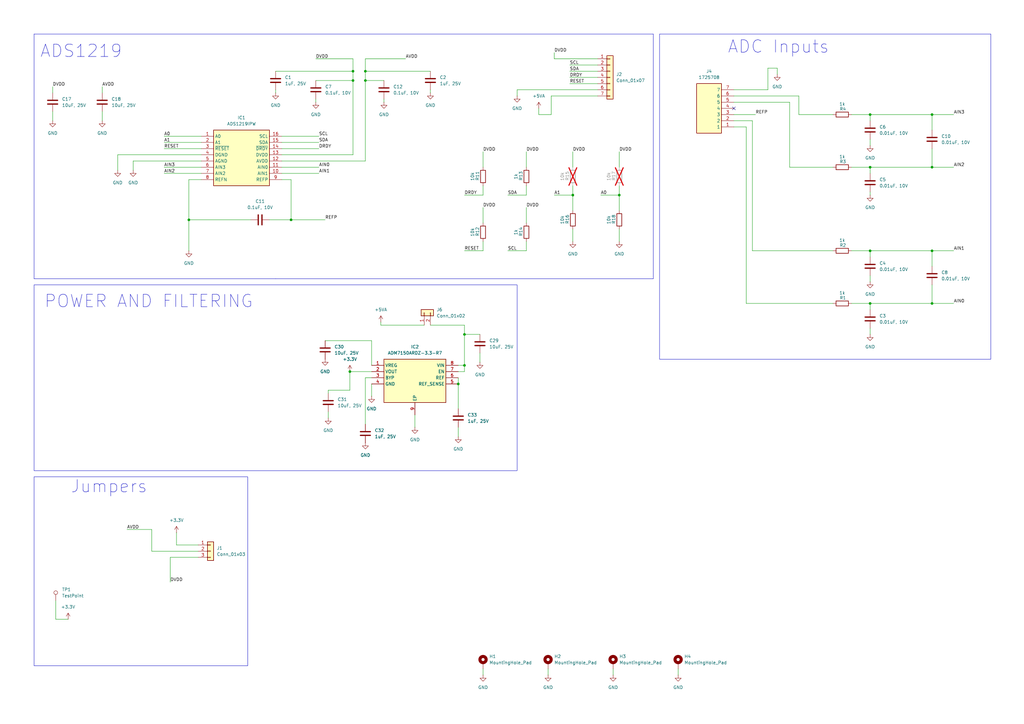
<source format=kicad_sch>
(kicad_sch (version 20231120) (generator "eeschema") (generator_version "8.0")
  (paper "A3")
  (lib_symbols
    (symbol "1725708:1725708"
      (property "Reference" "J" (at 16.51 7.62 0))
      (property "Value" "1725708" (at 16.51 5.08 0))
      (symbol "1725708_1_1"
        (rectangle (start 5.08 2.54) (end 15.24 -17.78) (stroke (width 0.254)) (fill (type background)))
        (pin passive line (at 0 0 0) (length 5.08) (name "1") (number "1"))
        (pin passive line (at 0 -2.54 0) (length 5.08) (name "2") (number "2"))
        (pin passive line (at 0 -5.08 0) (length 5.08) (name "3") (number "3"))
        (pin passive line (at 0 -7.62 0) (length 5.08) (name "4") (number "4"))
        (pin passive line (at 0 -10.16 0) (length 5.08) (name "5") (number "5"))
        (pin passive line (at 0 -12.7 0) (length 5.08) (name "6") (number "6"))
        (pin passive line (at 0 -15.24 0) (length 5.08) (name "7") (number "7"))
      )
    )
    (symbol "ADM7150ARDZ-3_3-R7:ADM7150ARDZ-3.3-R7"
      (property "Reference" "IC" (at 31.75 7.62 0))
      (property "Value" "ADM7150ARDZ-3.3-R7" (at 31.75 5.08 0))
      (symbol "ADM7150ARDZ-3.3-R7_1_1"
        (rectangle (start 5.08 2.54) (end 30.48 -15.24) (stroke (width 0.254)) (fill (type background)))
        (pin passive line (at 0 0 0) (length 5.08) (name "VREG") (number "1"))
        (pin output line (at 0 -2.54 0) (length 5.08) (name "VOUT") (number "2"))
        (pin passive line (at 0 -5.08 0) (length 5.08) (name "BYP") (number "3"))
        (pin power_in line (at 0 -7.62 0) (length 5.08) (name "GND") (number "4"))
        (pin input line (at 35.56 -7.62 180) (length 5.08) (name "REF_SENSE") (number "5"))
        (pin input line (at 35.56 -5.08 180) (length 5.08) (name "REF") (number "6"))
        (pin passive line (at 35.56 -2.54 180) (length 5.08) (name "EN") (number "7"))
        (pin input line (at 35.56 0 180) (length 5.08) (name "VIN") (number "8"))
        (pin passive line (at 17.78 -20.32 90) (length 5.08) (name "EP") (number "9"))
      )
    )
    (symbol "ADS1219IPW:ADS1219IPW"
      (property "Reference" "IC" (at 29.21 7.62 0))
      (property "Value" "ADS1219IPW" (at 29.21 5.08 0))
      (symbol "ADS1219IPW_1_1"
        (rectangle (start 5.08 2.54) (end 27.94 -20.32) (stroke (width 0.254)) (fill (type background)))
        (pin passive line (at 0 0 0) (length 5.08) (name "A0") (number "1"))
        (pin passive line (at 33.02 -15.24 180) (length 5.08) (name "AIN1") (number "10"))
        (pin passive line (at 33.02 -12.7 180) (length 5.08) (name "AIN0") (number "11"))
        (pin passive line (at 33.02 -10.16 180) (length 5.08) (name "AVDD") (number "12"))
        (pin passive line (at 33.02 -7.62 180) (length 5.08) (name "DVDD") (number "13"))
        (pin passive line (at 33.02 -5.08 180) (length 5.08) (name "~{DRDY}") (number "14"))
        (pin passive line (at 33.02 -2.54 180) (length 5.08) (name "SDA") (number "15"))
        (pin passive line (at 33.02 0 180) (length 5.08) (name "SCL") (number "16"))
        (pin passive line (at 0 -2.54 0) (length 5.08) (name "A1") (number "2"))
        (pin passive line (at 0 -5.08 0) (length 5.08) (name "~{RESET}") (number "3"))
        (pin passive line (at 0 -7.62 0) (length 5.08) (name "DGND") (number "4"))
        (pin passive line (at 0 -10.16 0) (length 5.08) (name "AGND") (number "5"))
        (pin passive line (at 0 -12.7 0) (length 5.08) (name "AIN3") (number "6"))
        (pin passive line (at 0 -15.24 0) (length 5.08) (name "AIN2") (number "7"))
        (pin passive line (at 0 -17.78 0) (length 5.08) (name "REFN") (number "8"))
        (pin passive line (at 33.02 -17.78 180) (length 5.08) (name "REFP") (number "9"))
      )
    )
    (symbol "Connector:TestPoint" (pin_numbers hide) (pin_names (offset 0.762) hide)
      (property "Reference" "TP" (at 0 6.858 0))
      (property "Value" "TestPoint" (at 0 5.08 0))
      (symbol "TestPoint_0_1"
        (circle (center 0 3.302) (radius 0.762))
      )
      (symbol "TestPoint_1_1"
        (pin passive line (at 0 0 90) (length 2.54) (name "1") (number "1"))
      )
    )
    (symbol "Connector_Generic:Conn_01x02" (pin_names (offset 1.016) hide)
      (property "Reference" "J" (at 0 2.54 0))
      (property "Value" "Conn_01x02" (at 0 -5.08 0))
      (symbol "Conn_01x02_1_1"
        (rectangle (start -1.27 -2.413) (end 0 -2.667) (stroke (width 0.1524)))
        (rectangle (start -1.27 0.127) (end 0 -0.127) (stroke (width 0.1524)))
        (rectangle (start -1.27 1.27) (end 1.27 -3.81) (stroke (width 0.254)) (fill (type background)))
        (pin passive line (at -5.08 0 0) (length 3.81) (name "Pin_1") (number "1"))
        (pin passive line (at -5.08 -2.54 0) (length 3.81) (name "Pin_2") (number "2"))
      )
    )
    (symbol "Connector_Generic:Conn_01x03" (pin_names (offset 1.016) hide)
      (property "Reference" "J" (at 0 5.08 0))
      (property "Value" "Conn_01x03" (at 0 -5.08 0))
      (symbol "Conn_01x03_1_1"
        (rectangle (start -1.27 -2.413) (end 0 -2.667) (stroke (width 0.1524)))
        (rectangle (start -1.27 0.127) (end 0 -0.127) (stroke (width 0.1524)))
        (rectangle (start -1.27 2.667) (end 0 2.413) (stroke (width 0.1524)))
        (rectangle (start -1.27 3.81) (end 1.27 -3.81) (stroke (width 0.254)) (fill (type background)))
        (pin passive line (at -5.08 2.54 0) (length 3.81) (name "Pin_1") (number "1"))
        (pin passive line (at -5.08 0 0) (length 3.81) (name "Pin_2") (number "2"))
        (pin passive line (at -5.08 -2.54 0) (length 3.81) (name "Pin_3") (number "3"))
      )
    )
    (symbol "Connector_Generic:Conn_01x07" (pin_names (offset 1.016) hide)
      (property "Reference" "J" (at 0 10.16 0))
      (property "Value" "Conn_01x07" (at 0 -10.16 0))
      (symbol "Conn_01x07_1_1"
        (rectangle (start -1.27 -7.493) (end 0 -7.747) (stroke (width 0.1524)))
        (rectangle (start -1.27 -4.953) (end 0 -5.207) (stroke (width 0.1524)))
        (rectangle (start -1.27 -2.413) (end 0 -2.667) (stroke (width 0.1524)))
        (rectangle (start -1.27 0.127) (end 0 -0.127) (stroke (width 0.1524)))
        (rectangle (start -1.27 2.667) (end 0 2.413) (stroke (width 0.1524)))
        (rectangle (start -1.27 5.207) (end 0 4.953) (stroke (width 0.1524)))
        (rectangle (start -1.27 7.747) (end 0 7.493) (stroke (width 0.1524)))
        (rectangle (start -1.27 8.89) (end 1.27 -8.89) (stroke (width 0.254)) (fill (type background)))
        (pin passive line (at -5.08 7.62 0) (length 3.81) (name "Pin_1") (number "1"))
        (pin passive line (at -5.08 5.08 0) (length 3.81) (name "Pin_2") (number "2"))
        (pin passive line (at -5.08 2.54 0) (length 3.81) (name "Pin_3") (number "3"))
        (pin passive line (at -5.08 0 0) (length 3.81) (name "Pin_4") (number "4"))
        (pin passive line (at -5.08 -2.54 0) (length 3.81) (name "Pin_5") (number "5"))
        (pin passive line (at -5.08 -5.08 0) (length 3.81) (name "Pin_6") (number "6"))
        (pin passive line (at -5.08 -7.62 0) (length 3.81) (name "Pin_7") (number "7"))
      )
    )
    (symbol "Device:C" (pin_numbers hide) (pin_names (offset 0.254))
      (property "Reference" "C" (at 0.635 2.54 0))
      (property "Value" "C" (at 0.635 -2.54 0))
      (symbol "C_0_1"
        (polyline (pts (xy -2.032 -0.762) (xy 2.032 -0.762)) (stroke (width 0.508)))
        (polyline (pts (xy -2.032 0.762) (xy 2.032 0.762)) (stroke (width 0.508)))
      )
      (symbol "C_1_1"
        (pin passive line (at 0 3.81 270) (length 2.794) (name "~") (number "1"))
        (pin passive line (at 0 -3.81 90) (length 2.794) (name "~") (number "2"))
      )
    )
    (symbol "Device:R" (pin_numbers hide) (pin_names (offset 0))
      (property "Reference" "R" (at 2.032 0 90))
      (property "Value" "R" (at 0 0 90))
      (symbol "R_0_1"
        (rectangle (start -1.016 -2.54) (end 1.016 2.54) (stroke (width 0.254)))
      )
      (symbol "R_1_1"
        (pin passive line (at 0 3.81 270) (length 1.27) (name "~") (number "1"))
        (pin passive line (at 0 -3.81 90) (length 1.27) (name "~") (number "2"))
      )
    )
    (symbol "Mechanical:MountingHole_Pad" (pin_numbers hide) (pin_names (offset 1.016) hide) (exclude_from_sim yes) (in_bom no)
      (property "Reference" "H" (at 0 6.35 0))
      (property "Value" "MountingHole_Pad" (at 0 4.445 0))
      (symbol "MountingHole_Pad_0_1"
        (circle (center 0 1.27) (radius 1.27) (stroke (width 1.27)))
      )
      (symbol "MountingHole_Pad_1_1"
        (pin input line (at 0 -2.54 90) (length 2.54) (name "1") (number "1"))
      )
    )
    (symbol "power:+3.3V" (power) (pin_numbers hide) (pin_names (offset 0) hide)
      (property "Value" "+3.3V" (at 0 3.556 0))
      (symbol "+3.3V_0_1"
        (polyline (pts (xy -0.762 1.27) (xy 0 2.54)))
        (polyline (pts (xy 0 0) (xy 0 2.54)))
        (polyline (pts (xy 0 2.54) (xy 0.762 1.27)))
      )
      (symbol "+3.3V_1_1"
        (pin power_in line (at 0 0 90) (length 0) (name "~") (number "1"))
      )
    )
    (symbol "power:+5VA" (power) (pin_numbers hide) (pin_names (offset 0) hide)
      (property "Value" "+5VA" (at 0 3.556 0))
      (symbol "+5VA_0_1"
        (polyline (pts (xy -0.762 1.27) (xy 0 2.54)))
        (polyline (pts (xy 0 0) (xy 0 2.54)))
        (polyline (pts (xy 0 2.54) (xy 0.762 1.27)))
      )
      (symbol "+5VA_1_1"
        (pin power_in line (at 0 0 90) (length 0) (name "~") (number "1"))
      )
    )
    (symbol "power:GND" (power) (pin_numbers hide) (pin_names (offset 0) hide)
      (property "Value" "GND" (at 0 -3.81 0))
      (symbol "GND_0_1"
        (polyline (pts (xy 0 0) (xy 0 -1.27) (xy 1.27 -1.27) (xy 0 -2.54) (xy -1.27 -1.27) (xy 0 -1.27)))
      )
      (symbol "GND_1_1"
        (pin power_in line (at 0 0 270) (length 0) (name "~") (number "1"))
      )
    )
  )
  (junction (at 382.27 68.58))
  (junction (at 382.27 102.87))
  (junction (at 144.78 33.02))
  (junction (at 356.87 102.87))
  (junction (at 356.87 46.99))
  (junction (at 187.96 157.48))
  (junction (at 382.27 124.46))
  (junction (at 356.87 124.46))
  (junction (at 149.86 33.02))
  (junction (at 143.51 152.4))
  (junction (at 190.5 137.16))
  (junction (at 149.86 29.21))
  (junction (at 356.87 68.58))
  (junction (at 77.47 90.17))
  (junction (at 234.95 80.01))
  (junction (at 254 80.01))
  (junction (at 144.78 29.21))
  (junction (at 119.38 90.17))
  (junction (at 382.27 46.99))
  (junction (at 190.5 149.86))
  (no_connect (at 300.99 44.45))
  (wire (pts (xy 215.9 99.06) (xy 215.9 102.87)))
  (wire (pts (xy 356.87 46.99) (xy 356.87 49.53)))
  (wire (pts (xy 356.87 113.03) (xy 356.87 115.57)))
  (wire (pts (xy 115.57 71.12) (xy 130.81 71.12)))
  (wire (pts (xy 115.57 63.5) (xy 144.78 63.5)))
  (wire (pts (xy 254 93.98) (xy 254 99.06)))
  (wire (pts (xy 21.59 35.56) (xy 21.59 38.1)))
  (wire (pts (xy 41.91 45.72) (xy 41.91 49.53)))
  (wire (pts (xy 318.77 27.94) (xy 314.96 27.94)))
  (wire (pts (xy 143.51 160.02) (xy 143.51 152.4)))
  (wire (pts (xy 72.39 218.44) (xy 72.39 223.52)))
  (wire (pts (xy 308.61 102.87) (xy 341.63 102.87)))
  (wire (pts (xy 300.99 49.53) (xy 308.61 49.53)))
  (wire (pts (xy 356.87 78.74) (xy 356.87 80.01)))
  (wire (pts (xy 144.78 33.02) (xy 144.78 29.21)))
  (wire (pts (xy 129.54 24.13) (xy 144.78 24.13)))
  (wire (pts (xy 382.27 46.99) (xy 356.87 46.99)))
  (polyline (pts (xy 13.97 13.97) (xy 267.97 13.97)))
  (wire (pts (xy 67.31 58.42) (xy 82.55 58.42)))
  (wire (pts (xy 254 62.23) (xy 254 68.58)))
  (wire (pts (xy 77.47 90.17) (xy 102.87 90.17)))
  (wire (pts (xy 119.38 90.17) (xy 133.35 90.17)))
  (wire (pts (xy 349.25 124.46) (xy 356.87 124.46)))
  (wire (pts (xy 227.33 80.01) (xy 234.95 80.01)))
  (wire (pts (xy 149.86 24.13) (xy 166.37 24.13)))
  (wire (pts (xy 134.62 160.02) (xy 143.51 160.02)))
  (wire (pts (xy 306.07 124.46) (xy 341.63 124.46)))
  (wire (pts (xy 81.28 228.6) (xy 69.85 228.6)))
  (wire (pts (xy 190.5 133.35) (xy 176.53 133.35)))
  (wire (pts (xy 246.38 80.01) (xy 254 80.01)))
  (wire (pts (xy 115.57 68.58) (xy 130.81 68.58)))
  (wire (pts (xy 156.21 132.08) (xy 156.21 133.35)))
  (wire (pts (xy 149.86 66.04) (xy 149.86 33.02)))
  (wire (pts (xy 318.77 30.48) (xy 318.77 27.94)))
  (wire (pts (xy 134.62 171.45) (xy 134.62 168.91)))
  (wire (pts (xy 254 80.01) (xy 254 86.36)))
  (wire (pts (xy 327.66 46.99) (xy 341.63 46.99)))
  (wire (pts (xy 306.07 124.46) (xy 306.07 52.07)))
  (wire (pts (xy 115.57 60.96) (xy 130.81 60.96)))
  (wire (pts (xy 133.35 139.7) (xy 152.4 139.7)))
  (wire (pts (xy 152.4 139.7) (xy 152.4 149.86)))
  (wire (pts (xy 245.11 24.13) (xy 227.33 24.13)))
  (wire (pts (xy 113.03 29.21) (xy 144.78 29.21)))
  (wire (pts (xy 198.12 62.23) (xy 198.12 68.58)))
  (wire (pts (xy 356.87 134.62) (xy 356.87 137.16)))
  (wire (pts (xy 233.68 26.67) (xy 245.11 26.67)))
  (wire (pts (xy 349.25 68.58) (xy 356.87 68.58)))
  (wire (pts (xy 62.23 226.06) (xy 62.23 217.17)))
  (wire (pts (xy 300.99 41.91) (xy 323.85 41.91)))
  (wire (pts (xy 198.12 76.2) (xy 198.12 80.01)))
  (wire (pts (xy 234.95 62.23) (xy 234.95 68.58)))
  (wire (pts (xy 198.12 85.09) (xy 198.12 91.44)))
  (wire (pts (xy 278.13 274.32) (xy 278.13 276.86)))
  (wire (pts (xy 115.57 66.04) (xy 149.86 66.04)))
  (wire (pts (xy 119.38 73.66) (xy 119.38 90.17)))
  (wire (pts (xy 41.91 35.56) (xy 41.91 38.1)))
  (wire (pts (xy 220.98 46.99) (xy 220.98 44.45)))
  (wire (pts (xy 187.96 149.86) (xy 190.5 149.86)))
  (wire (pts (xy 198.12 274.32) (xy 198.12 276.86)))
  (wire (pts (xy 254 76.2) (xy 254 80.01)))
  (wire (pts (xy 212.09 36.83) (xy 212.09 39.37)))
  (wire (pts (xy 215.9 76.2) (xy 215.9 80.01)))
  (wire (pts (xy 187.96 175.26) (xy 187.96 179.07)))
  (wire (pts (xy 22.86 254) (xy 27.94 254)))
  (wire (pts (xy 300.99 39.37) (xy 327.66 39.37)))
  (wire (pts (xy 190.5 102.87) (xy 198.12 102.87)))
  (wire (pts (xy 149.86 29.21) (xy 149.86 24.13)))
  (wire (pts (xy 323.85 68.58) (xy 341.63 68.58)))
  (wire (pts (xy 314.96 27.94) (xy 314.96 36.83)))
  (wire (pts (xy 144.78 63.5) (xy 144.78 33.02)))
  (wire (pts (xy 67.31 60.96) (xy 82.55 60.96)))
  (wire (pts (xy 208.28 80.01) (xy 215.9 80.01)))
  (wire (pts (xy 382.27 68.58) (xy 391.16 68.58)))
  (wire (pts (xy 144.78 29.21) (xy 144.78 24.13)))
  (wire (pts (xy 134.62 160.02) (xy 134.62 161.29)))
  (wire (pts (xy 382.27 124.46) (xy 391.16 124.46)))
  (wire (pts (xy 190.5 133.35) (xy 190.5 137.16)))
  (wire (pts (xy 224.79 274.32) (xy 224.79 276.86)))
  (wire (pts (xy 212.09 36.83) (xy 245.11 36.83)))
  (polyline (pts (xy 13.97 114.3) (xy 13.97 13.97)))
  (wire (pts (xy 82.55 63.5) (xy 48.26 63.5)))
  (wire (pts (xy 227.33 24.13) (xy 227.33 21.59)))
  (wire (pts (xy 300.99 46.99) (xy 309.88 46.99)))
  (wire (pts (xy 234.95 80.01) (xy 234.95 86.36)))
  (wire (pts (xy 129.54 41.91) (xy 129.54 40.64)))
  (wire (pts (xy 115.57 58.42) (xy 130.81 58.42)))
  (wire (pts (xy 226.06 46.99) (xy 220.98 46.99)))
  (wire (pts (xy 190.5 137.16) (xy 196.85 137.16)))
  (wire (pts (xy 382.27 60.96) (xy 382.27 68.58)))
  (wire (pts (xy 382.27 68.58) (xy 356.87 68.58)))
  (wire (pts (xy 382.27 102.87) (xy 391.16 102.87)))
  (wire (pts (xy 251.46 274.32) (xy 251.46 276.86)))
  (wire (pts (xy 149.86 33.02) (xy 149.86 29.21)))
  (wire (pts (xy 226.06 39.37) (xy 245.11 39.37)))
  (wire (pts (xy 113.03 38.1) (xy 113.03 36.83)))
  (wire (pts (xy 190.5 149.86) (xy 190.5 137.16)))
  (wire (pts (xy 115.57 55.88) (xy 130.81 55.88)))
  (wire (pts (xy 187.96 157.48) (xy 187.96 167.64)))
  (wire (pts (xy 77.47 73.66) (xy 77.47 90.17)))
  (wire (pts (xy 22.86 246.38) (xy 22.86 254)))
  (wire (pts (xy 173.99 133.35) (xy 156.21 133.35)))
  (wire (pts (xy 233.68 29.21) (xy 245.11 29.21)))
  (wire (pts (xy 157.48 41.91) (xy 157.48 40.64)))
  (wire (pts (xy 233.68 34.29) (xy 245.11 34.29)))
  (wire (pts (xy 314.96 36.83) (xy 300.99 36.83)))
  (wire (pts (xy 234.95 76.2) (xy 234.95 80.01)))
  (wire (pts (xy 67.31 55.88) (xy 82.55 55.88)))
  (wire (pts (xy 81.28 223.52) (xy 72.39 223.52)))
  (polyline (pts (xy 267.97 13.97) (xy 267.97 114.3)))
  (wire (pts (xy 208.28 102.87) (xy 215.9 102.87)))
  (wire (pts (xy 52.07 217.17) (xy 62.23 217.17)))
  (wire (pts (xy 149.86 154.94) (xy 149.86 173.99)))
  (wire (pts (xy 190.5 152.4) (xy 190.5 149.86)))
  (wire (pts (xy 233.68 31.75) (xy 245.11 31.75)))
  (wire (pts (xy 306.07 52.07) (xy 300.99 52.07)))
  (wire (pts (xy 21.59 45.72) (xy 21.59 49.53)))
  (wire (pts (xy 215.9 85.09) (xy 215.9 91.44)))
  (wire (pts (xy 170.18 170.18) (xy 170.18 175.26)))
  (wire (pts (xy 152.4 154.94) (xy 149.86 154.94)))
  (wire (pts (xy 54.61 66.04) (xy 54.61 69.85)))
  (wire (pts (xy 327.66 39.37) (xy 327.66 46.99)))
  (wire (pts (xy 82.55 66.04) (xy 54.61 66.04)))
  (wire (pts (xy 115.57 73.66) (xy 119.38 73.66)))
  (wire (pts (xy 382.27 124.46) (xy 356.87 124.46)))
  (wire (pts (xy 382.27 109.22) (xy 382.27 102.87)))
  (polyline (pts (xy 113.03 114.3) (xy 113.03 114.3)))
  (wire (pts (xy 67.31 68.58) (xy 82.55 68.58)))
  (wire (pts (xy 356.87 102.87) (xy 356.87 105.41)))
  (wire (pts (xy 323.85 41.91) (xy 323.85 68.58)))
  (wire (pts (xy 190.5 80.01) (xy 198.12 80.01)))
  (wire (pts (xy 349.25 46.99) (xy 356.87 46.99)))
  (wire (pts (xy 226.06 39.37) (xy 226.06 46.99)))
  (polyline (pts (xy 267.97 114.3) (xy 113.03 114.3)))
  (wire (pts (xy 81.28 226.06) (xy 62.23 226.06)))
  (wire (pts (xy 382.27 116.84) (xy 382.27 124.46)))
  (wire (pts (xy 234.95 93.98) (xy 234.95 99.06)))
  (wire (pts (xy 196.85 144.78) (xy 196.85 148.59)))
  (wire (pts (xy 149.86 33.02) (xy 157.48 33.02)))
  (wire (pts (xy 308.61 49.53) (xy 308.61 102.87)))
  (polyline (pts (xy 113.03 114.3) (xy 13.97 114.3)))
  (wire (pts (xy 187.96 154.94) (xy 187.96 157.48)))
  (wire (pts (xy 152.4 157.48) (xy 152.4 162.56)))
  (wire (pts (xy 187.96 152.4) (xy 190.5 152.4)))
  (wire (pts (xy 215.9 62.23) (xy 215.9 68.58)))
  (wire (pts (xy 356.87 124.46) (xy 356.87 127)))
  (wire (pts (xy 152.4 152.4) (xy 143.51 152.4)))
  (wire (pts (xy 149.86 29.21) (xy 176.53 29.21)))
  (wire (pts (xy 129.54 33.02) (xy 144.78 33.02)))
  (wire (pts (xy 382.27 46.99) (xy 391.16 46.99)))
  (wire (pts (xy 82.55 73.66) (xy 77.47 73.66)))
  (wire (pts (xy 176.53 36.83) (xy 176.53 38.1)))
  (wire (pts (xy 67.31 71.12) (xy 82.55 71.12)))
  (wire (pts (xy 349.25 102.87) (xy 356.87 102.87)))
  (wire (pts (xy 110.49 90.17) (xy 119.38 90.17)))
  (wire (pts (xy 382.27 53.34) (xy 382.27 46.99)))
  (wire (pts (xy 356.87 68.58) (xy 356.87 71.12)))
  (wire (pts (xy 198.12 99.06) (xy 198.12 102.87)))
  (wire (pts (xy 382.27 102.87) (xy 356.87 102.87)))
  (wire (pts (xy 48.26 63.5) (xy 48.26 69.85)))
  (wire (pts (xy 356.87 57.15) (xy 356.87 59.69)))
  (wire (pts (xy 77.47 90.17) (xy 77.47 102.87)))
  (wire (pts (xy 69.85 228.6) (xy 69.85 238.76)))
  (rectangle (start 13.97 116.84) (end 212.09 193.04))
  (rectangle (start 270.51 13.97) (end 406.4 147.32))
  (rectangle (start 13.97 195.58) (end 101.6 273.05))
  (text "ADS1219" (at 33.274 21.082 0) (effects (font (size 5.08 5.08))))
  (text "Jumpers" (at 44.704 199.644 0) (effects (font (size 5.08 5.08))))
  (text "ADC Inputs" (at 319.278 19.304 0) (effects (font (size 5.08 5.08))))
  (text "POWER AND FILTERING" (at 60.96 123.698 0) (effects (font (size 5.08 5.08))))
  (label "DRDY" (at 130.81 60.96 0))
  (label "SDA" (at 130.81 58.42 0))
  (label "RESET" (at 190.5 102.87 0))
  (label "AVDD" (at 41.91 35.56 0))
  (label "AIN0" (at 391.16 124.46 0))
  (label "DVDD" (at 227.33 21.59 0))
  (label "REFP" (at 309.88 46.99 0))
  (label "DVDD" (at 69.85 238.76 0))
  (label "AIN1" (at 130.81 71.12 0))
  (label "RESET" (at 67.31 60.96 0))
  (label "SCL" (at 208.28 102.87 0))
  (label "SCL" (at 233.68 26.67 0))
  (label "RESET" (at 233.68 34.29 0))
  (label "DVDD" (at 21.59 35.56 0))
  (label "A0" (at 67.31 55.88 0))
  (label "AIN3" (at 67.31 68.58 0))
  (label "A0" (at 246.38 80.01 0))
  (label "DVDD" (at 215.9 62.23 0))
  (label "AIN3" (at 391.16 46.99 0))
  (label "AVDD" (at 52.07 217.17 0))
  (label "DRDY" (at 190.5 80.01 0))
  (label "DRDY" (at 233.68 31.75 0))
  (label "DVDD" (at 198.12 62.23 0))
  (label "DVDD" (at 129.54 24.13 0))
  (label "DVDD" (at 198.12 85.09 0))
  (label "DVDD" (at 254 62.23 0))
  (label "AIN1" (at 391.16 102.87 0))
  (label "SDA" (at 233.68 29.21 0))
  (label "AIN0" (at 130.81 68.58 0))
  (label "AIN2" (at 391.16 68.58 0))
  (label "DVDD" (at 234.95 62.23 0))
  (label "A1" (at 67.31 58.42 0))
  (label "DVDD" (at 215.9 85.09 0))
  (label "AIN2" (at 67.31 71.12 0))
  (label "AVDD" (at 166.37 24.13 0))
  (label "REFP" (at 133.35 90.17 0))
  (label "A1" (at 227.33 80.01 0))
  (label "SDA" (at 208.28 80.01 0))
  (label "SCL" (at 130.81 55.88 0))
  (symbol (lib_id "power:+3.3V") (at 143.51 152.4 0) (unit 1)
    (property "Reference" "#PWR041" (effects (hide yes)))
    (property "Value" "+3.3V" (at 143.51 147.32 0))
    (property "Description" "Power symbol creates a global label with name \"+3.3V\"" (effects (hide yes)))
  )
  (symbol (lib_id "Device:C") (at 382.27 57.15 0) (unit 1)
    (property "Reference" "C10" (at 386.08 55.8799 0) (effects (justify left)))
    (property "Value" "0.01uF, 10V" (at 386.08 58.4199 0) (effects (justify left)))
    (property "Footprint" "Capacitor_SMD:C_0603_1608Metric_Pad1.08x0.95mm_HandSolder" (effects (hide yes)))
    (property "Description" "Unpolarized capacitor" (effects (hide yes)))
  )
  (symbol (lib_id "power:GND") (at 152.4 162.56 0) (unit 1)
    (property "Reference" "#PWR050" (effects (hide yes)))
    (property "Value" "GND" (at 152.4 167.64 0))
    (property "Description" "Power symbol creates a global label with name \"GND\" , ground" (effects (hide yes)))
  )
  (symbol (lib_id "Mechanical:MountingHole_Pad") (at 251.46 271.78 0) (unit 1) (exclude_from_sim yes) (in_bom no)
    (property "Reference" "H3" (at 254 269.2399 0) (effects (justify left)))
    (property "Value" "MountingHole_Pad" (at 254 271.7799 0) (effects (justify left)))
    (property "Footprint" "MountingHole:MountingHole_2.2mm_M2_Pad_Via" (effects (hide yes)))
    (property "Description" "Mounting Hole with connection" (effects (hide yes)))
  )
  (symbol (lib_id "Device:C") (at 187.96 171.45 0) (unit 1)
    (property "Reference" "C33" (at 191.77 170.1799 0) (effects (justify left)))
    (property "Value" "1uF, 25V" (at 191.77 172.7199 0) (effects (justify left)))
    (property "Footprint" "Capacitor_SMD:C_0603_1608Metric_Pad1.08x0.95mm_HandSolder" (effects (hide yes)))
    (property "Description" "Unpolarized capacitor" (effects (hide yes)))
  )
  (symbol (lib_id "power:GND") (at 77.47 102.87 0) (unit 1)
    (property "Reference" "#PWR016" (effects (hide yes)))
    (property "Value" "GND" (at 77.47 107.95 0))
    (property "Description" "Power symbol creates a global label with name \"GND\" , ground" (effects (hide yes)))
  )
  (symbol (lib_id "Device:R") (at 345.44 102.87 270) (unit 1)
    (property "Reference" "R2" (at 345.694 100.584 90))
    (property "Value" "1k" (at 345.44 98.552 90))
    (property "Footprint" "Resistor_SMD:R_0805_2012Metric_Pad1.20x1.40mm_HandSolder" (effects (hide yes)))
    (property "Description" "Resistor" (effects (hide yes)))
  )
  (symbol (lib_id "power:GND") (at 198.12 276.86 0) (unit 1)
    (property "Reference" "#PWR069" (effects (hide yes)))
    (property "Value" "GND" (at 198.12 281.94 0))
    (property "Description" "Power symbol creates a global label with name \"GND\" , ground" (effects (hide yes)))
  )
  (symbol (lib_id "Connector_Generic:Conn_01x07") (at 250.19 31.75 0) (unit 1)
    (property "Reference" "J2" (at 252.73 30.4799 0) (effects (justify left)))
    (property "Value" "Conn_01x07" (at 252.73 33.0199 0) (effects (justify left)))
    (property "Footprint" "Connector_PinHeader_2.54mm:PinHeader_1x07_P2.54mm_Vertical" (effects (hide yes)))
    (property "Description" "Generic connector, single row, 01x07, script generated (kicad-library-utils/schlib/autogen/connector/)" (effects (hide yes)))
  )
  (symbol (lib_id "ADM7150ARDZ-3_3-R7:ADM7150ARDZ-3.3-R7") (at 152.4 149.86 0) (unit 1)
    (property "Reference" "IC2" (at 170.18 142.24 0))
    (property "Value" "ADM7150ARDZ-3.3-R7" (at 170.18 144.78 0))
    (property "Footprint" "SOIC127P600X175-9N" (effects (hide yes)))
    (property "Datasheet" "http://www.analog.com/media/en/technical-documentation/data-sheets/ADM7150.pdf" (effects (hide yes)))
    (property "Description" "LDO Voltage Regulators 800mA ULN LDO 3.3Vo" (effects (hide yes)))
    (property "Height" "1.75" (effects (hide yes)))
    (property "Mouser Part Number" "584-ADM7150ARDZ3.3R7" (effects (hide yes)))
    (property "Mouser Price/Stock" "https://www.mouser.co.uk/ProductDetail/Analog-Devices/ADM7150ARDZ-3.3-R7?qs=J50fqX%2Fl9iqbJJM6iov1iw%3D%3D" (effects (hide yes)))
    (property "Manufacturer_Name" "Analog Devices" (effects (hide yes)))
    (property "Manufacturer_Part_Number" "ADM7150ARDZ-3.3-R7" (effects (hide yes)))
  )
  (symbol (lib_id "Device:C") (at 113.03 33.02 0) (unit 1)
    (property "Reference" "C1" (at 116.84 31.7499 0) (effects (justify left)))
    (property "Value" "1uF, 25V" (at 116.84 34.2899 0) (effects (justify left)))
    (property "Footprint" "Capacitor_SMD:C_0603_1608Metric_Pad1.08x0.95mm_HandSolder" (effects (hide yes)))
    (property "Description" "Unpolarized capacitor" (effects (hide yes)))
  )
  (symbol (lib_id "Device:C") (at 134.62 165.1 0) (unit 1)
    (property "Reference" "C31" (at 138.43 163.8299 0) (effects (justify left)))
    (property "Value" "10uF, 25V" (at 138.43 166.3699 0) (effects (justify left)))
    (property "Footprint" "Capacitor_SMD:C_0805_2012Metric_Pad1.18x1.45mm_HandSolder" (effects (hide yes)))
    (property "Description" "Unpolarized capacitor" (effects (hide yes)))
  )
  (symbol (lib_id "Device:R") (at 234.95 72.39 0) (unit 1) (dnp yes)
    (property "Reference" "R15" (at 232.664 72.136 90))
    (property "Value" "10k" (at 230.632 72.39 90))
    (property "Footprint" "Resistor_SMD:R_0805_2012Metric_Pad1.20x1.40mm_HandSolder" (effects (hide yes)))
    (property "Description" "Resistor" (effects (hide yes)))
  )
  (symbol (lib_id "power:GND") (at 224.79 276.86 0) (unit 1)
    (property "Reference" "#PWR070" (effects (hide yes)))
    (property "Value" "GND" (at 224.79 281.94 0))
    (property "Description" "Power symbol creates a global label with name \"GND\" , ground" (effects (hide yes)))
  )
  (symbol (lib_id "Device:C") (at 356.87 74.93 0) (unit 1)
    (property "Reference" "C5" (at 360.68 73.6599 0) (effects (justify left)))
    (property "Value" "0.01uF, 10V" (at 360.68 76.1999 0) (effects (justify left)))
    (property "Footprint" "Capacitor_SMD:C_0603_1608Metric_Pad1.08x0.95mm_HandSolder" (effects (hide yes)))
    (property "Description" "Unpolarized capacitor" (effects (hide yes)))
  )
  (symbol (lib_id "power:+3.3V") (at 72.39 218.44 0) (unit 1)
    (property "Reference" "#PWR02" (effects (hide yes)))
    (property "Value" "+3.3V" (at 72.39 213.36 0))
    (property "Description" "Power symbol creates a global label with name \"+3.3V\"" (effects (hide yes)))
  )
  (symbol (lib_id "Device:C") (at 196.85 140.97 0) (unit 1)
    (property "Reference" "C29" (at 200.66 139.6999 0) (effects (justify left)))
    (property "Value" "10uF, 25V" (at 200.66 142.2399 0) (effects (justify left)))
    (property "Footprint" "Capacitor_SMD:C_0805_2012Metric_Pad1.18x1.45mm_HandSolder" (effects (hide yes)))
    (property "Description" "Unpolarized capacitor" (effects (hide yes)))
  )
  (symbol (lib_id "Device:R") (at 215.9 95.25 0) (unit 1)
    (property "Reference" "R14" (at 213.614 94.996 90))
    (property "Value" "1k" (at 211.582 95.25 90))
    (property "Footprint" "Resistor_SMD:R_0805_2012Metric_Pad1.20x1.40mm_HandSolder" (effects (hide yes)))
    (property "Description" "Resistor" (effects (hide yes)))
  )
  (symbol (lib_id "power:GND") (at 170.18 175.26 0) (unit 1)
    (property "Reference" "#PWR055" (effects (hide yes)))
    (property "Value" "GND" (at 170.18 180.34 0))
    (property "Description" "Power symbol creates a global label with name \"GND\" , ground" (effects (hide yes)))
  )
  (symbol (lib_id "Device:C") (at 149.86 177.8 0) (unit 1)
    (property "Reference" "C32" (at 153.67 176.5299 0) (effects (justify left)))
    (property "Value" "1uF, 25V" (at 153.67 179.0699 0) (effects (justify left)))
    (property "Footprint" "Capacitor_SMD:C_0603_1608Metric_Pad1.08x0.95mm_HandSolder" (effects (hide yes)))
    (property "Description" "Unpolarized capacitor" (effects (hide yes)))
  )
  (symbol (lib_id "Device:R") (at 198.12 72.39 0) (unit 1)
    (property "Reference" "R11" (at 195.834 72.136 90))
    (property "Value" "10k" (at 193.802 72.39 90))
    (property "Footprint" "Resistor_SMD:R_0805_2012Metric_Pad1.20x1.40mm_HandSolder" (effects (hide yes)))
    (property "Description" "Resistor" (effects (hide yes)))
  )
  (symbol (lib_id "power:GND") (at 157.48 41.91 0) (unit 1)
    (property "Reference" "#PWR021" (effects (hide yes)))
    (property "Value" "GND" (at 157.48 46.99 0))
    (property "Description" "Power symbol creates a global label with name \"GND\" , ground" (effects (hide yes)))
  )
  (symbol (lib_id "power:GND") (at 133.35 147.32 0) (unit 1)
    (property "Reference" "#PWR054" (effects (hide yes)))
    (property "Value" "GND" (at 133.35 152.4 0))
    (property "Description" "Power symbol creates a global label with name \"GND\" , ground" (effects (hide yes)))
  )
  (symbol (lib_id "power:+5VA") (at 220.98 44.45 0) (unit 1)
    (property "Reference" "#PWR06" (effects (hide yes)))
    (property "Value" "+5VA" (at 220.98 39.37 0))
    (property "Description" "Power symbol creates a global label with name \"+5VA\"" (effects (hide yes)))
  )
  (symbol (lib_id "power:GND") (at 134.62 171.45 0) (unit 1)
    (property "Reference" "#PWR034" (effects (hide yes)))
    (property "Value" "GND" (at 134.62 176.53 0))
    (property "Description" "Power symbol creates a global label with name \"GND\" , ground" (effects (hide yes)))
  )
  (symbol (lib_id "Mechanical:MountingHole_Pad") (at 278.13 271.78 0) (unit 1) (exclude_from_sim yes) (in_bom no)
    (property "Reference" "H4" (at 280.67 269.2399 0) (effects (justify left)))
    (property "Value" "MountingHole_Pad" (at 280.67 271.7799 0) (effects (justify left)))
    (property "Footprint" "MountingHole:MountingHole_2.2mm_M2_Pad_Via" (effects (hide yes)))
    (property "Description" "Mounting Hole with connection" (effects (hide yes)))
  )
  (symbol (lib_id "power:+5VA") (at 156.21 132.08 0) (unit 1)
    (property "Reference" "#PWR04" (effects (hide yes)))
    (property "Value" "+5VA" (at 156.21 127 0))
    (property "Description" "Power symbol creates a global label with name \"+5VA\"" (effects (hide yes)))
  )
  (symbol (lib_id "power:GND") (at 196.85 148.59 0) (unit 1)
    (property "Reference" "#PWR028" (effects (hide yes)))
    (property "Value" "GND" (at 196.85 153.67 0))
    (property "Description" "Power symbol creates a global label with name \"GND\" , ground" (effects (hide yes)))
  )
  (symbol (lib_id "Device:C") (at 176.53 33.02 0) (unit 1)
    (property "Reference" "C2" (at 180.34 31.7499 0) (effects (justify left)))
    (property "Value" "1uF, 25V" (at 180.34 34.2899 0) (effects (justify left)))
    (property "Footprint" "Capacitor_SMD:C_0603_1608Metric_Pad1.08x0.95mm_HandSolder" (effects (hide yes)))
    (property "Description" "Unpolarized capacitor" (effects (hide yes)))
  )
  (symbol (lib_id "Device:R") (at 254 72.39 0) (unit 1) (dnp yes)
    (property "Reference" "R17" (at 251.714 72.136 90))
    (property "Value" "10k" (at 249.682 72.39 90))
    (property "Footprint" "Resistor_SMD:R_0805_2012Metric_Pad1.20x1.40mm_HandSolder" (effects (hide yes)))
    (property "Description" "Resistor" (effects (hide yes)))
  )
  (symbol (lib_id "power:GND") (at 48.26 69.85 0) (unit 1)
    (property "Reference" "#PWR03" (effects (hide yes)))
    (property "Value" "GND" (at 48.26 74.93 0))
    (property "Description" "Power symbol creates a global label with name \"GND\" , ground" (effects (hide yes)))
  )
  (symbol (lib_id "Device:C") (at 356.87 130.81 0) (unit 1)
    (property "Reference" "C3" (at 360.68 129.5399 0) (effects (justify left)))
    (property "Value" "0.01uF, 10V" (at 360.68 132.0799 0) (effects (justify left)))
    (property "Footprint" "Capacitor_SMD:C_0603_1608Metric_Pad1.08x0.95mm_HandSolder" (effects (hide yes)))
    (property "Description" "Unpolarized capacitor" (effects (hide yes)))
  )
  (symbol (lib_id "1725708:1725708") (at 300.99 52.07 180) (unit 1)
    (property "Reference" "J4" (at 290.83 29.21 0))
    (property "Value" "1725708" (at 290.83 31.75 0))
    (property "Footprint" "1725708" (effects (hide yes)))
    (property "Datasheet" "https://www.phoenixcontact.com/online/portal/us/?uri=pxc-oc-itemdetail:pid=1725708&library=usen&pcck=P-11-01-05&tab=1&selectedCategory=ALL" (effects (hide yes)))
    (property "Description" "PC terminal block, Nominal current: 6 A, Nom. voltage: 63 V, Pitch: 2.54 mm, Number of positions: 7, Type of connection: Screw connection, Assembly: Soldering, Conductor/PCB connection direction: 0 , Color: green" (effects (hide yes)))
    (property "Height" "8.65" (effects (hide yes)))
    (property "Mouser Part Number" "651-1725708" (effects (hide yes)))
    (property "Mouser Price/Stock" "https://www.mouser.co.uk/ProductDetail/Phoenix-Contact/1725708?qs=W3wJikR1%252BS5G%252BlmHrHOz2A%3D%3D" (effects (hide yes)))
    (property "Manufacturer_Name" "Phoenix Contact" (effects (hide yes)))
    (property "Manufacturer_Part_Number" "1725708" (effects (hide yes)))
  )
  (symbol (lib_id "power:GND") (at 356.87 115.57 0) (unit 1)
    (property "Reference" "#PWR013" (effects (hide yes)))
    (property "Value" "GND" (at 356.87 120.65 0))
    (property "Description" "Power symbol creates a global label with name \"GND\" , ground" (effects (hide yes)))
  )
  (symbol (lib_id "Device:C") (at 133.35 143.51 0) (unit 1)
    (property "Reference" "C30" (at 137.16 142.2399 0) (effects (justify left)))
    (property "Value" "10uF, 25V" (at 137.16 144.7799 0) (effects (justify left)))
    (property "Footprint" "Capacitor_SMD:C_0805_2012Metric_Pad1.18x1.45mm_HandSolder" (effects (hide yes)))
    (property "Description" "Unpolarized capacitor" (effects (hide yes)))
  )
  (symbol (lib_id "Device:C") (at 21.59 41.91 0) (unit 1)
    (property "Reference" "C17" (at 25.4 40.6399 0) (effects (justify left)))
    (property "Value" "10uF, 25V" (at 25.4 43.1799 0) (effects (justify left)))
    (property "Footprint" "Capacitor_SMD:C_0805_2012Metric_Pad1.18x1.45mm_HandSolder" (effects (hide yes)))
    (property "Description" "Unpolarized capacitor" (effects (hide yes)))
  )
  (symbol (lib_id "Device:R") (at 254 90.17 0) (unit 1)
    (property "Reference" "R18" (at 251.714 89.916 90))
    (property "Value" "10k" (at 249.682 90.17 90))
    (property "Footprint" "Resistor_SMD:R_0805_2012Metric_Pad1.20x1.40mm_HandSolder" (effects (hide yes)))
    (property "Description" "Resistor" (effects (hide yes)))
  )
  (symbol (lib_id "power:GND") (at 21.59 49.53 0) (unit 1)
    (property "Reference" "#PWR025" (effects (hide yes)))
    (property "Value" "GND" (at 21.59 54.61 0))
    (property "Description" "Power symbol creates a global label with name \"GND\" , ground" (effects (hide yes)))
  )
  (symbol (lib_id "Device:C") (at 129.54 36.83 0) (unit 1)
    (property "Reference" "C7" (at 133.35 35.5599 0) (effects (justify left)))
    (property "Value" "0.1uF, 10V" (at 133.35 38.0999 0) (effects (justify left)))
    (property "Footprint" "Capacitor_SMD:C_0805_2012Metric_Pad1.18x1.45mm_HandSolder" (effects (hide yes)))
    (property "Description" "Unpolarized capacitor" (effects (hide yes)))
  )
  (symbol (lib_id "power:GND") (at 254 99.06 0) (unit 1)
    (property "Reference" "#PWR029" (effects (hide yes)))
    (property "Value" "GND" (at 254 104.14 0))
    (property "Description" "Power symbol creates a global label with name \"GND\" , ground" (effects (hide yes)))
  )
  (symbol (lib_id "power:GND") (at 54.61 69.85 0) (unit 1)
    (property "Reference" "#PWR09" (effects (hide yes)))
    (property "Value" "GND" (at 54.61 74.93 0))
    (property "Description" "Power symbol creates a global label with name \"GND\" , ground" (effects (hide yes)))
  )
  (symbol (lib_id "Device:R") (at 345.44 124.46 270) (unit 1)
    (property "Reference" "R1" (at 345.694 122.174 90))
    (property "Value" "1k" (at 345.44 120.142 90))
    (property "Footprint" "Resistor_SMD:R_0805_2012Metric_Pad1.20x1.40mm_HandSolder" (effects (hide yes)))
    (property "Description" "Resistor" (effects (hide yes)))
  )
  (symbol (lib_id "power:GND") (at 149.86 181.61 0) (unit 1)
    (property "Reference" "#PWR036" (effects (hide yes)))
    (property "Value" "GND" (at 149.86 186.69 0))
    (property "Description" "Power symbol creates a global label with name \"GND\" , ground" (effects (hide yes)))
  )
  (symbol (lib_id "Device:R") (at 198.12 95.25 0) (unit 1)
    (property "Reference" "R12" (at 195.834 94.996 90))
    (property "Value" "10k" (at 193.802 95.25 90))
    (property "Footprint" "Resistor_SMD:R_0805_2012Metric_Pad1.20x1.40mm_HandSolder" (effects (hide yes)))
    (property "Description" "Resistor" (effects (hide yes)))
  )
  (symbol (lib_id "Connector_Generic:Conn_01x03") (at 86.36 226.06 0) (unit 1)
    (property "Reference" "J1" (at 88.9 224.7899 0) (effects (justify left)))
    (property "Value" "Conn_01x03" (at 88.9 227.3299 0) (effects (justify left)))
    (property "Footprint" "Connector_PinHeader_2.54mm:PinHeader_1x03_P2.54mm_Vertical" (effects (hide yes)))
    (property "Description" "Generic connector, single row, 01x03, script generated (kicad-library-utils/schlib/autogen/connector/)" (effects (hide yes)))
  )
  (symbol (lib_id "power:GND") (at 356.87 137.16 0) (unit 1)
    (property "Reference" "#PWR010" (effects (hide yes)))
    (property "Value" "GND" (at 356.87 142.24 0))
    (property "Description" "Power symbol creates a global label with name \"GND\" , ground" (effects (hide yes)))
  )
  (symbol (lib_id "Connector:TestPoint") (at 22.86 246.38 0) (unit 1)
    (property "Reference" "TP1" (at 25.4 241.8079 0) (effects (justify left)))
    (property "Value" "TestPoint" (at 25.4 244.3479 0) (effects (justify left)))
    (property "Footprint" "TestPoint:TestPoint_Pad_D1.0mm" (effects (hide yes)))
    (property "Description" "test point" (effects (hide yes)))
  )
  (symbol (lib_id "power:GND") (at 251.46 276.86 0) (unit 1)
    (property "Reference" "#PWR071" (effects (hide yes)))
    (property "Value" "GND" (at 251.46 281.94 0))
    (property "Description" "Power symbol creates a global label with name \"GND\" , ground" (effects (hide yes)))
  )
  (symbol (lib_id "Mechanical:MountingHole_Pad") (at 224.79 271.78 0) (unit 1) (exclude_from_sim yes) (in_bom no)
    (property "Reference" "H2" (at 227.33 269.2399 0) (effects (justify left)))
    (property "Value" "MountingHole_Pad" (at 227.33 271.7799 0) (effects (justify left)))
    (property "Footprint" "MountingHole:MountingHole_2.2mm_M2_Pad_Via" (effects (hide yes)))
    (property "Description" "Mounting Hole with connection" (effects (hide yes)))
  )
  (symbol (lib_id "Device:C") (at 106.68 90.17 270) (unit 1)
    (property "Reference" "C11" (at 106.68 82.55 90))
    (property "Value" "0.1uF, 10V" (at 106.68 85.09 90))
    (property "Footprint" "Capacitor_SMD:C_0805_2012Metric_Pad1.18x1.45mm_HandSolder" (effects (hide yes)))
    (property "Description" "Unpolarized capacitor" (effects (hide yes)))
  )
  (symbol (lib_id "Device:C") (at 356.87 53.34 0) (unit 1)
    (property "Reference" "C6" (at 360.68 52.0699 0) (effects (justify left)))
    (property "Value" "0.01uF, 10V" (at 360.68 54.6099 0) (effects (justify left)))
    (property "Footprint" "Capacitor_SMD:C_0603_1608Metric_Pad1.08x0.95mm_HandSolder" (effects (hide yes)))
    (property "Description" "Unpolarized capacitor" (effects (hide yes)))
  )
  (symbol (lib_id "Mechanical:MountingHole_Pad") (at 198.12 271.78 0) (unit 1) (exclude_from_sim yes) (in_bom no)
    (property "Reference" "H1" (at 200.66 269.2399 0) (effects (justify left)))
    (property "Value" "MountingHole_Pad" (at 200.66 271.7799 0) (effects (justify left)))
    (property "Footprint" "MountingHole:MountingHole_2.2mm_M2_Pad_Via" (effects (hide yes)))
    (property "Description" "Mounting Hole with connection" (effects (hide yes)))
  )
  (symbol (lib_id "Device:C") (at 157.48 36.83 0) (unit 1)
    (property "Reference" "C12" (at 161.29 35.5599 0) (effects (justify left)))
    (property "Value" "0.1uF, 10V" (at 161.29 38.0999 0) (effects (justify left)))
    (property "Footprint" "Capacitor_SMD:C_0805_2012Metric_Pad1.18x1.45mm_HandSolder" (effects (hide yes)))
    (property "Description" "Unpolarized capacitor" (effects (hide yes)))
  )
  (symbol (lib_id "power:GND") (at 318.77 30.48 0) (unit 1)
    (property "Reference" "#PWR012" (effects (hide yes)))
    (property "Value" "GND" (at 318.77 35.56 0))
    (property "Description" "Power symbol creates a global label with name \"GND\" , ground" (effects (hide yes)))
  )
  (symbol (lib_id "Device:R") (at 345.44 46.99 270) (unit 1)
    (property "Reference" "R4" (at 345.694 44.704 90))
    (property "Value" "1k" (at 345.44 42.672 90))
    (property "Footprint" "Resistor_SMD:R_0805_2012Metric_Pad1.20x1.40mm_HandSolder" (effects (hide yes)))
    (property "Description" "Resistor" (effects (hide yes)))
  )
  (symbol (lib_id "power:GND") (at 176.53 38.1 0) (unit 1)
    (property "Reference" "#PWR020" (effects (hide yes)))
    (property "Value" "GND" (at 176.53 43.18 0))
    (property "Description" "Power symbol creates a global label with name \"GND\" , ground" (effects (hide yes)))
  )
  (symbol (lib_id "Device:R") (at 345.44 68.58 270) (unit 1)
    (property "Reference" "R3" (at 345.694 66.294 90))
    (property "Value" "1k" (at 345.44 64.262 90))
    (property "Footprint" "Resistor_SMD:R_0805_2012Metric_Pad1.20x1.40mm_HandSolder" (effects (hide yes)))
    (property "Description" "Resistor" (effects (hide yes)))
  )
  (symbol (lib_id "Device:R") (at 234.95 90.17 0) (unit 1)
    (property "Reference" "R16" (at 232.664 89.916 90))
    (property "Value" "10k" (at 230.632 90.17 90))
    (property "Footprint" "Resistor_SMD:R_0805_2012Metric_Pad1.20x1.40mm_HandSolder" (effects (hide yes)))
    (property "Description" "Resistor" (effects (hide yes)))
  )
  (symbol (lib_id "power:GND") (at 234.95 99.06 0) (unit 1)
    (property "Reference" "#PWR026" (effects (hide yes)))
    (property "Value" "GND" (at 234.95 104.14 0))
    (property "Description" "Power symbol creates a global label with name \"GND\" , ground" (effects (hide yes)))
  )
  (symbol (lib_id "Connector_Generic:Conn_01x02") (at 173.99 128.27 90) (unit 1)
    (property "Reference" "J6" (at 179.07 126.9999 90) (effects (justify right)))
    (property "Value" "Conn_01x02" (at 179.07 129.5399 90) (effects (justify right)))
    (property "Footprint" "Connector_PinHeader_2.54mm:PinHeader_1x02_P2.54mm_Vertical" (effects (hide yes)))
    (property "Description" "Generic connector, single row, 01x02, script generated (kicad-library-utils/schlib/autogen/connector/)" (effects (hide yes)))
  )
  (symbol (lib_id "power:+3.3V") (at 27.94 254 0) (unit 1)
    (property "Reference" "#PWR059" (effects (hide yes)))
    (property "Value" "+3.3V" (at 27.94 248.92 0))
    (property "Description" "Power symbol creates a global label with name \"+3.3V\"" (effects (hide yes)))
  )
  (symbol (lib_id "power:GND") (at 113.03 38.1 0) (unit 1)
    (property "Reference" "#PWR018" (effects (hide yes)))
    (property "Value" "GND" (at 113.03 43.18 0))
    (property "Description" "Power symbol creates a global label with name \"GND\" , ground" (effects (hide yes)))
  )
  (symbol (lib_id "power:GND") (at 356.87 80.01 0) (unit 1)
    (property "Reference" "#PWR015" (effects (hide yes)))
    (property "Value" "GND" (at 356.87 85.09 0))
    (property "Description" "Power symbol creates a global label with name \"GND\" , ground" (effects (hide yes)))
  )
  (symbol (lib_id "Device:R") (at 215.9 72.39 0) (unit 1)
    (property "Reference" "R13" (at 213.614 72.136 90))
    (property "Value" "1k" (at 211.582 72.39 90))
    (property "Footprint" "Resistor_SMD:R_0805_2012Metric_Pad1.20x1.40mm_HandSolder" (effects (hide yes)))
    (property "Description" "Resistor" (effects (hide yes)))
  )
  (symbol (lib_id "power:GND") (at 187.96 179.07 0) (unit 1)
    (property "Reference" "#PWR052" (effects (hide yes)))
    (property "Value" "GND" (at 187.96 184.15 0))
    (property "Description" "Power symbol creates a global label with name \"GND\" , ground" (effects (hide yes)))
  )
  (symbol (lib_id "ADS1219IPW:ADS1219IPW") (at 82.55 55.88 0) (unit 1)
    (property "Reference" "IC1" (at 99.06 48.26 0))
    (property "Value" "ADS1219IPW" (at 99.06 50.8 0))
    (property "Footprint" "SOP65P640X120-16N" (effects (hide yes)))
    (property "Datasheet" "https://www.ti.com/lit/ds/symlink/ads1219.pdf?ts=1629104738998&ref_url=https%253A%252F%252Fwww.ti.com%252Fproduct%252FADS1219" (effects (hide yes)))
    (property "Description" "Analog to Digital Converters - ADC 24-bit, 1kSPS, 4-ch general-purpose delta-sigma ADC with I2C interface and external Vref inputs 16-TSSOP -40 to 125" (effects (hide yes)))
    (property "Height" "1.2" (effects (hide yes)))
    (property "Mouser Part Number" "595-ADS1219IPW" (effects (hide yes)))
    (property "Mouser Price/Stock" "https://www.mouser.co.uk/ProductDetail/Texas-Instruments/ADS1219IPW?qs=XFmntM7Yc9c0AKTxqZ3JwA%3D%3D" (effects (hide yes)))
    (property "Manufacturer_Name" "Texas Instruments" (effects (hide yes)))
    (property "Manufacturer_Part_Number" "ADS1219IPW" (effects (hide yes)))
  )
  (symbol (lib_id "power:GND") (at 129.54 41.91 0) (unit 1)
    (property "Reference" "#PWR019" (effects (hide yes)))
    (property "Value" "GND" (at 129.54 46.99 0))
    (property "Description" "Power symbol creates a global label with name \"GND\" , ground" (effects (hide yes)))
  )
  (symbol (lib_id "power:GND") (at 41.91 49.53 0) (unit 1)
    (property "Reference" "#PWR05" (effects (hide yes)))
    (property "Value" "GND" (at 41.91 54.61 0))
    (property "Description" "Power symbol creates a global label with name \"GND\" , ground" (effects (hide yes)))
  )
  (symbol (lib_id "power:GND") (at 278.13 276.86 0) (unit 1)
    (property "Reference" "#PWR072" (effects (hide yes)))
    (property "Value" "GND" (at 278.13 281.94 0))
    (property "Description" "Power symbol creates a global label with name \"GND\" , ground" (effects (hide yes)))
  )
  (symbol (lib_id "Device:C") (at 356.87 109.22 0) (unit 1)
    (property "Reference" "C4" (at 360.68 107.9499 0) (effects (justify left)))
    (property "Value" "0.01uF, 10V" (at 360.68 110.4899 0) (effects (justify left)))
    (property "Footprint" "Capacitor_SMD:C_0603_1608Metric_Pad1.08x0.95mm_HandSolder" (effects (hide yes)))
    (property "Description" "Unpolarized capacitor" (effects (hide yes)))
  )
  (symbol (lib_id "power:GND") (at 356.87 59.69 0) (unit 1)
    (property "Reference" "#PWR014" (effects (hide yes)))
    (property "Value" "GND" (at 356.87 64.77 0))
    (property "Description" "Power symbol creates a global label with name \"GND\" , ground" (effects (hide yes)))
  )
  (symbol (lib_id "Device:C") (at 382.27 113.03 0) (unit 1)
    (property "Reference" "C8" (at 386.08 111.7599 0) (effects (justify left)))
    (property "Value" "0.01uF, 10V" (at 386.08 114.2999 0) (effects (justify left)))
    (property "Footprint" "Capacitor_SMD:C_0603_1608Metric_Pad1.08x0.95mm_HandSolder" (effects (hide yes)))
    (property "Description" "Unpolarized capacitor" (effects (hide yes)))
  )
  (symbol (lib_id "Device:C") (at 41.91 41.91 0) (unit 1)
    (property "Reference" "C18" (at 45.72 40.6399 0) (effects (justify left)))
    (property "Value" "10uF, 25V" (at 45.72 43.1799 0) (effects (justify left)))
    (property "Footprint" "Capacitor_SMD:C_0805_2012Metric_Pad1.18x1.45mm_HandSolder" (effects (hide yes)))
    (property "Description" "Unpolarized capacitor" (effects (hide yes)))
  )
  (symbol (lib_id "power:GND") (at 212.09 39.37 0) (unit 1)
    (property "Reference" "#PWR022" (effects (hide yes)))
    (property "Value" "GND" (at 212.09 44.45 0))
    (property "Description" "Power symbol creates a global label with name \"GND\" , ground" (effects (hide yes)))
  )
)
</source>
